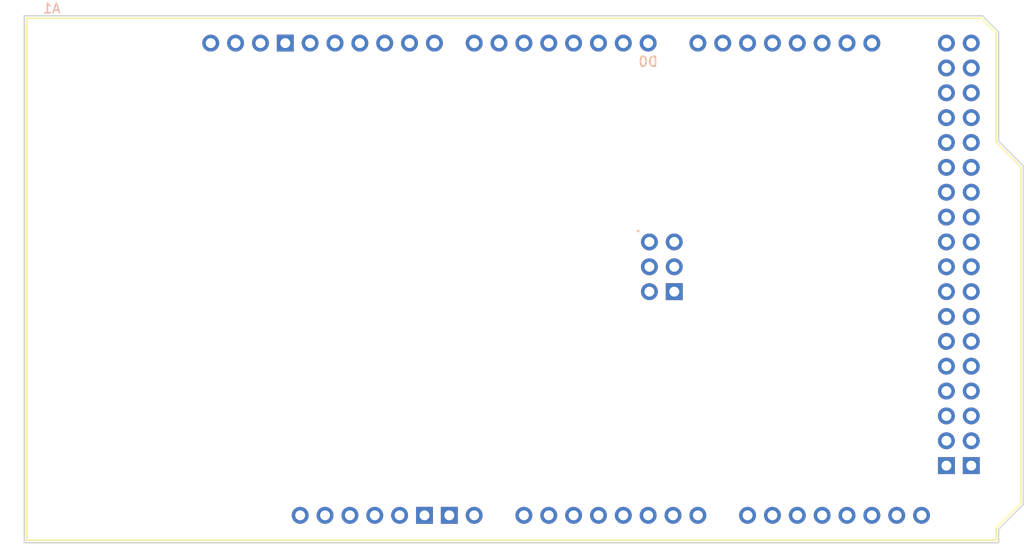
<source format=kicad_pcb>
(kicad_pcb (version 20240108) (generator "pcbnew") (generator_version "8.0")
  (layers (0 "F.Cu" signal) (31 "B.Cu" signal) (34 "B.Paste" user) (35 "F.Paste" user) (36 "B.SilkS" user "B.Silkscreen") (37 "F.SilkS" user "F.Silkscreen") (38 "B.Mask" user) (39 "F.Mask" user) (44 "Edge.Cuts" user))
  (net 0 "")
  (footprint "arduino-library:Arduino_Giga_R1_WiFi_Shield" (layer "F.Cu") (at 71.48 136.04)
    (property "Reference" "A1" (at 2.54 -54.356 0) (layer "B.SilkS") (effects (justify mirror)))
    (property "Value" "Arduino_Mega_Shield")
    (fp_line (start 0 -53.34) (end 0 0) (stroke (width 0.15)) (layer "F.SilkS"))
    (fp_line (start 0 -53.34) (end 97.536 -53.34) (stroke (width 0.15)) (layer "F.SilkS"))
    (fp_line (start 0 0) (end 99.06 0) (stroke (width 0.15)) (layer "F.SilkS"))
    (fp_line (start 97.536 -53.34) (end 99.06 -51.816) (stroke (width 0.15)) (layer "F.SilkS"))
    (fp_line (start 99.06 -40.64) (end 99.06 -51.816) (stroke (width 0.15)) (layer "F.SilkS"))
    (fp_line (start 99.06 -1.27) (end 101.6 -3.81) (stroke (width 0.15)) (layer "F.SilkS"))
    (fp_line (start 99.06 0) (end 99.06 -1.27) (stroke (width 0.15)) (layer "F.SilkS"))
    (fp_line (start 101.6 -38.1) (end 99.06 -40.64) (stroke (width 0.15)) (layer "F.SilkS"))
    (fp_line (start 101.6 -3.81) (end 101.6 -38.1) (stroke (width 0.15)) (layer "F.SilkS"))
    (fp_text user "D0" (at 63.5 -48.895 0) (layer "B.SilkS") (effects (justify mirror)))
    (fp_text user "." (at 62.484 -32.004 0) (layer "B.SilkS"))
    (fp_text user "." (at 62.484 -32.004 0) (layer "F.SilkS"))
    (fp_text user "D0" (at 63.5 -48.895 0) (layer "F.SilkS"))
    (pad "" np_thru_hole circle (at 13.97 -2.54) (size 3.2 3.2) (drill 3.2) (layers "*.Cu" "*.Mask"))
    (pad "" np_thru_hole circle (at 15.24 -50.8 270) (size 3.2 3.2) (drill 3.2) (layers "*.Cu" "*.Mask"))
    (pad "" thru_hole oval (at 27.94 -2.54) (size 1.7272 1.7272) (drill 1.016) (layers "*.Cu" "*.Mask"))
    (pad "" np_thru_hole circle (at 66.04 -35.56) (size 3.2 3.2) (drill 3.2) (layers "*.Cu" "*.Mask"))
    (pad "" np_thru_hole circle (at 66.04 -7.62) (size 3.2 3.2) (drill 3.2) (layers "*.Cu" "*.Mask"))
    (pad "" np_thru_hole circle (at 90.17 -50.8) (size 3.2 3.2) (drill 3.2) (layers "*.Cu" "*.Mask"))
    (pad "" np_thru_hole circle (at 96.52 -2.54) (size 3.2 3.2) (drill 3.2) (layers "*.Cu" "*.Mask"))
    (pad "3V3" thru_hole oval (at 35.56 -2.54) (size 1.7272 1.7272) (drill 1.016) (layers "*.Cu" "*.Mask"))
    (pad "5V1" thru_hole oval (at 38.1 -2.54) (size 1.7272 1.7272) (drill 1.016) (layers "*.Cu" "*.Mask"))
    (pad "5V2" thru_hole oval (at 66.167 -30.48) (size 1.7272 1.7272) (drill 1.016) (layers "*.Cu" "*.Mask"))
    (pad "5V3" thru_hole oval (at 93.98 -50.8) (size 1.7272 1.7272) (drill 1.016) (layers "*.Cu" "*.Mask"))
    (pad "5V4" thru_hole oval (at 96.52 -50.8) (size 1.7272 1.7272) (drill 1.016) (layers "*.Cu" "*.Mask"))
    (pad "A0" thru_hole oval (at 50.8 -2.54) (size 1.7272 1.7272) (drill 1.016) (layers "*.Cu" "*.Mask"))
    (pad "A1" thru_hole oval (at 53.34 -2.54) (size 1.7272 1.7272) (drill 1.016) (layers "*.Cu" "*.Mask"))
    (pad "A2" thru_hole oval (at 55.88 -2.54) (size 1.7272 1.7272) (drill 1.016) (layers "*.Cu" "*.Mask"))
    (pad "A3" thru_hole oval (at 58.42 -2.54) (size 1.7272 1.7272) (drill 1.016) (layers "*.Cu" "*.Mask"))
    (pad "A4" thru_hole oval (at 60.96 -2.54) (size 1.7272 1.7272) (drill 1.016) (layers "*.Cu" "*.Mask"))
    (pad "A5" thru_hole oval (at 63.5 -2.54) (size 1.7272 1.7272) (drill 1.016) (layers "*.Cu" "*.Mask"))
    (pad "A6" thru_hole oval (at 66.04 -2.54) (size 1.7272 1.7272) (drill 1.016) (layers "*.Cu" "*.Mask"))
    (pad "A7" thru_hole oval (at 68.58 -2.54) (size 1.7272 1.7272) (drill 1.016) (layers "*.Cu" "*.Mask"))
    (pad "A8" thru_hole oval (at 73.66 -2.54) (size 1.7272 1.7272) (drill 1.016) (layers "*.Cu" "*.Mask"))
    (pad "A9" thru_hole oval (at 76.2 -2.54) (size 1.7272 1.7272) (drill 1.016) (layers "*.Cu" "*.Mask"))
    (pad "A10" thru_hole oval (at 78.74 -2.54) (size 1.7272 1.7272) (drill 1.016) (layers "*.Cu" "*.Mask"))
    (pad "A11" thru_hole oval (at 81.28 -2.54) (size 1.7272 1.7272) (drill 1.016) (layers "*.Cu" "*.Mask"))
    (pad "AREF" thru_hole oval (at 23.876 -50.8) (size 1.7272 1.7272) (drill 1.016) (layers "*.Cu" "*.Mask"))
    (pad "CANR" thru_hole oval (at 88.9 -2.54) (size 1.7272 1.7272) (drill 1.016) (layers "*.Cu" "*.Mask"))
    (pad "CANT" thru_hole oval (at 91.44 -2.54) (size 1.7272 1.7272) (drill 1.016) (layers "*.Cu" "*.Mask"))
    (pad "D0" thru_hole oval (at 63.5 -50.8) (size 1.7272 1.7272) (drill 1.016) (layers "*.Cu" "*.Mask"))
    (pad "D1" thru_hole oval (at 60.96 -50.8) (size 1.7272 1.7272) (drill 1.016) (layers "*.Cu" "*.Mask"))
    (pad "D2" thru_hole oval (at 58.42 -50.8) (size 1.7272 1.7272) (drill 1.016) (layers "*.Cu" "*.Mask"))
    (pad "D3" thru_hole oval (at 55.88 -50.8) (size 1.7272 1.7272) (drill 1.016) (layers "*.Cu" "*.Mask"))
    (pad "D4" thru_hole oval (at 53.34 -50.8) (size 1.7272 1.7272) (drill 1.016) (layers "*.Cu" "*.Mask"))
    (pad "D5" thru_hole oval (at 50.8 -50.8) (size 1.7272 1.7272) (drill 1.016) (layers "*.Cu" "*.Mask"))
    (pad "D6" thru_hole oval (at 48.26 -50.8) (size 1.7272 1.7272) (drill 1.016) (layers "*.Cu" "*.Mask"))
    (pad "D7" thru_hole oval (at 45.72 -50.8) (size 1.7272 1.7272) (drill 1.016) (layers "*.Cu" "*.Mask"))
    (pad "D8" thru_hole oval (at 41.656 -50.8) (size 1.7272 1.7272) (drill 1.016) (layers "*.Cu" "*.Mask"))
    (pad "D9" thru_hole oval (at 39.116 -50.8) (size 1.7272 1.7272) (drill 1.016) (layers "*.Cu" "*.Mask"))
    (pad "D10" thru_hole oval (at 36.576 -50.8) (size 1.7272 1.7272) (drill 1.016) (layers "*.Cu" "*.Mask"))
    (pad "D11" thru_hole oval (at 34.036 -50.8) (size 1.7272 1.7272) (drill 1.016) (layers "*.Cu" "*.Mask"))
    (pad "D12" thru_hole oval (at 31.496 -50.8) (size 1.7272 1.7272) (drill 1.016) (layers "*.Cu" "*.Mask"))
    (pad "D13" thru_hole oval (at 28.956 -50.8) (size 1.7272 1.7272) (drill 1.016) (layers "*.Cu" "*.Mask"))
    (pad "D14" thru_hole oval (at 68.58 -50.8) (size 1.7272 1.7272) (drill 1.016) (layers "*.Cu" "*.Mask"))
    (pad "D15" thru_hole oval (at 71.12 -50.8) (size 1.7272 1.7272) (drill 1.016) (layers "*.Cu" "*.Mask"))
    (pad "D16" thru_hole oval (at 73.66 -50.8) (size 1.7272 1.7272) (drill 1.016) (layers "*.Cu" "*.Mask"))
    (pad "D17" thru_hole oval (at 76.2 -50.8) (size 1.7272 1.7272) (drill 1.016) (layers "*.Cu" "*.Mask"))
    (pad "D18" thru_hole oval (at 78.74 -50.8) (size 1.7272 1.7272) (drill 1.016) (layers "*.Cu" "*.Mask"))
    (pad "D19" thru_hole oval (at 81.28 -50.8) (size 1.7272 1.7272) (drill 1.016) (layers "*.Cu" "*.Mask"))
    (pad "D20" thru_hole oval (at 83.82 -50.8) (size 1.7272 1.7272) (drill 1.016) (layers "*.Cu" "*.Mask"))
    (pad "D21" thru_hole oval (at 86.36 -50.8) (size 1.7272 1.7272) (drill 1.016) (layers "*.Cu" "*.Mask"))
    (pad "D22" thru_hole oval (at 93.98 -48.26) (size 1.7272 1.7272) (drill 1.016) (layers "*.Cu" "*.Mask"))
    (pad "D23" thru_hole oval (at 96.52 -48.26) (size 1.7272 1.7272) (drill 1.016) (layers "*.Cu" "*.Mask"))
    (pad "D24" thru_hole oval (at 93.98 -45.72) (size 1.7272 1.7272) (drill 1.016) (layers "*.Cu" "*.Mask"))
    (pad "D25" thru_hole oval (at 96.52 -45.72) (size 1.7272 1.7272) (drill 1.016) (layers "*.Cu" "*.Mask"))
    (pad "D26" thru_hole oval (at 93.98 -43.18) (size 1.7272 1.7272) (drill 1.016) (layers "*.Cu" "*.Mask"))
    (pad "D27" thru_hole oval (at 96.52 -43.18) (size 1.7272 1.7272) (drill 1.016) (layers "*.Cu" "*.Mask"))
    (pad "D28" thru_hole oval (at 93.98 -40.64) (size 1.7272 1.7272) (drill 1.016) (layers "*.Cu" "*.Mask"))
    (pad "D29" thru_hole oval (at 96.52 -40.64) (size 1.7272 1.7272) (drill 1.016) (layers "*.Cu" "*.Mask"))
    (pad "D30" thru_hole oval (at 93.98 -38.1) (size 1.7272 1.7272) (drill 1.016) (layers "*.Cu" "*.Mask"))
    (pad "D31" thru_hole oval (at 96.52 -38.1) (size 1.7272 1.7272) (drill 1.016) (layers "*.Cu" "*.Mask"))
    (pad "D32" thru_hole oval (at 93.98 -35.56) (size 1.7272 1.7272) (drill 1.016) (layers "*.Cu" "*.Mask"))
    (pad "D33" thru_hole oval (at 96.52 -35.56) (size 1.7272 1.7272) (drill 1.016) (layers "*.Cu" "*.Mask"))
    (pad "D34" thru_hole oval (at 93.98 -33.02) (size 1.7272 1.7272) (drill 1.016) (layers "*.Cu" "*.Mask"))
    (pad "D35" thru_hole oval (at 96.52 -33.02) (size 1.7272 1.7272) (drill 1.016) (layers "*.Cu" "*.Mask"))
    (pad "D36" thru_hole oval (at 93.98 -30.48) (size 1.7272 1.7272) (drill 1.016) (layers "*.Cu" "*.Mask"))
    (pad "D37" thru_hole oval (at 96.52 -30.48) (size 1.7272 1.7272) (drill 1.016) (layers "*.Cu" "*.Mask"))
    (pad "D38" thru_hole oval (at 93.98 -27.94) (size 1.7272 1.7272) (drill 1.016) (layers "*.Cu" "*.Mask"))
    (pad "D39" thru_hole oval (at 96.52 -27.94) (size 1.7272 1.7272) (drill 1.016) (layers "*.Cu" "*.Mask"))
    (pad "D40" thru_hole oval (at 93.98 -25.4) (size 1.7272 1.7272) (drill 1.016) (layers "*.Cu" "*.Mask"))
    (pad "D41" thru_hole oval (at 96.52 -25.4) (size 1.7272 1.7272) (drill 1.016) (layers "*.Cu" "*.Mask"))
    (pad "D42" thru_hole oval (at 93.98 -22.86) (size 1.7272 1.7272) (drill 1.016) (layers "*.Cu" "*.Mask"))
    (pad "D43" thru_hole oval (at 96.52 -22.86) (size 1.7272 1.7272) (drill 1.016) (layers "*.Cu" "*.Mask"))
    (pad "D44" thru_hole oval (at 93.98 -20.32) (size 1.7272 1.7272) (drill 1.016) (layers "*.Cu" "*.Mask"))
    (pad "D45" thru_hole oval (at 96.52 -20.32) (size 1.7272 1.7272) (drill 1.016) (layers "*.Cu" "*.Mask"))
    (pad "D46" thru_hole oval (at 93.98 -17.78) (size 1.7272 1.7272) (drill 1.016) (layers "*.Cu" "*.Mask"))
    (pad "D47" thru_hole oval (at 96.52 -17.78) (size 1.7272 1.7272) (drill 1.016) (layers "*.Cu" "*.Mask"))
    (pad "D48" thru_hole oval (at 93.98 -15.24) (size 1.7272 1.7272) (drill 1.016) (layers "*.Cu" "*.Mask"))
    (pad "D49" thru_hole oval (at 96.52 -15.24) (size 1.7272 1.7272) (drill 1.016) (layers "*.Cu" "*.Mask"))
    (pad "D50" thru_hole oval (at 93.98 -12.7) (size 1.7272 1.7272) (drill 1.016) (layers "*.Cu" "*.Mask"))
    (pad "D51" thru_hole oval (at 96.52 -12.7) (size 1.7272 1.7272) (drill 1.016) (layers "*.Cu" "*.Mask"))
    (pad "D52" thru_hole oval (at 93.98 -10.16) (size 1.7272 1.7272) (drill 1.016) (layers "*.Cu" "*.Mask"))
    (pad "D53" thru_hole oval (at 96.52 -10.16) (size 1.7272 1.7272) (drill 1.016) (layers "*.Cu" "*.Mask"))
    (pad "DAC0" thru_hole oval (at 83.82 -2.54) (size 1.7272 1.7272) (drill 1.016) (layers "*.Cu" "*.Mask"))
    (pad "DAC1" thru_hole oval (at 86.36 -2.54) (size 1.7272 1.7272) (drill 1.016) (layers "*.Cu" "*.Mask"))
    (pad "GND1" thru_hole rect (at 26.416 -50.8) (size 1.7272 1.7272) (drill 1.016) (layers "*.Cu" "*.Mask"))
    (pad "GND2" thru_hole rect (at 40.64 -2.54) (size 1.7272 1.7272) (drill 1.016) (layers "*.Cu" "*.Mask"))
    (pad "GND3" thru_hole rect (at 43.18 -2.54) (size 1.7272 1.7272) (drill 1.016) (layers "*.Cu" "*.Mask"))
    (pad "GND4" thru_hole rect (at 66.167 -25.4) (size 1.7272 1.7272) (drill 1.016) (layers "*.Cu" "*.Mask"))
    (pad "GND5" thru_hole rect (at 93.98 -7.62) (size 1.7272 1.7272) (drill 1.016) (layers "*.Cu" "*.Mask"))
    (pad "GND6" thru_hole rect (at 96.52 -7.62) (size 1.7272 1.7272) (drill 1.016) (layers "*.Cu" "*.Mask"))
    (pad "IORF" thru_hole oval (at 30.48 -2.54) (size 1.7272 1.7272) (drill 1.016) (layers "*.Cu" "*.Mask"))
    (pad "MISO" thru_hole oval (at 63.627 -30.48) (size 1.7272 1.7272) (drill 1.016) (layers "*.Cu" "*.Mask"))
    (pad "MOSI" thru_hole oval (at 66.167 -27.94) (size 1.7272 1.7272) (drill 1.016) (layers "*.Cu" "*.Mask"))
    (pad "RST1" thru_hole oval (at 33.02 -2.54) (size 1.7272 1.7272) (drill 1.016) (layers "*.Cu" "*.Mask"))
    (pad "RST2" thru_hole oval (at 63.627 -25.4) (size 1.7272 1.7272) (drill 1.016) (layers "*.Cu" "*.Mask"))
    (pad "SCK" thru_hole oval (at 63.627 -27.94) (size 1.7272 1.7272) (drill 1.016) (layers "*.Cu" "*.Mask"))
    (pad "SCL1" thru_hole oval (at 18.796 -50.8) (size 1.7272 1.7272) (drill 1.016) (layers "*.Cu" "*.Mask"))
    (pad "SDA1" thru_hole oval (at 21.336 -50.8) (size 1.7272 1.7272) (drill 1.016) (layers "*.Cu" "*.Mask"))
    (pad "VIN" thru_hole oval (at 45.72 -2.54) (size 1.7272 1.7272) (drill 1.016) (layers "*.Cu" "*.Mask"))
  )
  (footprint "clipboard:5463372f-7f41-4771-be05-13c3a7f8540b" (layer "F.Cu") (at 71.226 82.446)
    (property "Reference" "" (at 0 0 0) (layer "F.SilkS") (effects (font (size 1.27 1.27))))
    (property "Value" "")
    (fp_line (start 0 53.848) (end 0 0) (stroke (width 0.15)) (layer "Edge.Cuts"))
    (fp_line (start 97.917 0) (end 0 0) (stroke (width 0.15)) (layer "Edge.Cuts"))
    (fp_line (start 99.564 52.484) (end 99.568 53.848) (stroke (width 0.15)) (layer "Edge.Cuts"))
    (fp_line (start 99.568 1.651) (end 97.917 0) (stroke (width 0.15)) (layer "Edge.Cuts"))
    (fp_line (start 99.568 1.651) (end 99.568 12.827) (stroke (width 0.15)) (layer "Edge.Cuts"))
    (fp_line (start 99.568 12.827) (end 102.108 15.367) (stroke (width 0.15)) (layer "Edge.Cuts"))
    (fp_line (start 99.568 53.848) (end 0 53.848) (stroke (width 0.15)) (layer "Edge.Cuts"))
    (fp_line (start 102.108 15.367) (end 102.108 49.911) (stroke (width 0.15)) (layer "Edge.Cuts"))
    (fp_line (start 102.108 49.911) (end 99.564 52.484) (stroke (width 0.15)) (layer "Edge.Cuts"))
  )
)
</source>
